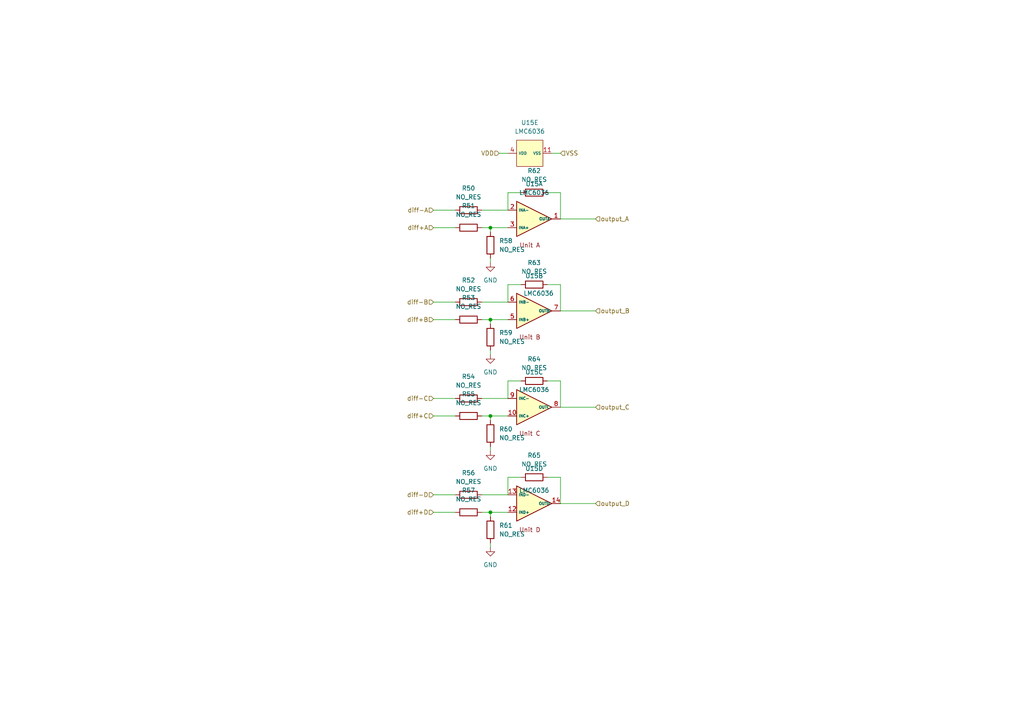
<source format=kicad_sch>
(kicad_sch (version 20210621) (generator eeschema)
  (paper "A4")
  (lib_symbols
    (symbol "Device:R" (pin_numbers hide) (pin_names (offset 0))
      (property "Reference" "R" (at 2.032 0 90))
      (property "Value" "R" (at 0 0 90))
      (symbol "R_0_1"
        (rectangle (start -1.016 -2.54) (end 1.016 2.54) (stroke (width 0.254)))
      )
      (symbol "R_1_1"
        (pin passive line (at 0 3.81 270) (length 1.27) (name "~") (number "1"))
        (pin passive line (at 0 -3.81 90) (length 1.27) (name "~") (number "2"))
      )
    )
    (symbol "LMC6036_custom:LMC6036"
      (property "Reference" "U" (at 1.905 0 0))
      (property "Value" "LMC6036" (at -11.43 0 0))
      (symbol "LMC6036_1_1"
        (text "Unit A" (at 0 -7.62 0) (effects (font (size 1.27 1.27))))
        (polyline (pts (xy -3.81 5.08) (xy 6.35 0) (xy -3.81 -5.08) (xy -3.81 5.08)) (stroke (width 0.254)) (fill (type background)))
        (pin output line (at 8.89 0 180) (length 2.54) (name "OUTA") (number "1"))
        (pin input line (at -6.35 2.54 0) (length 2.54) (name "INA-") (number "2"))
        (pin input line (at -6.35 -2.54 0) (length 2.54) (name "INA+") (number "3"))
      )
      (symbol "LMC6036_2_1"
        (text "Unit B" (at 0 -7.62 0) (effects (font (size 1.27 1.27))))
        (polyline (pts (xy -3.81 5.08) (xy 6.35 0) (xy -3.81 -5.08) (xy -3.81 5.08)) (stroke (width 0.254)) (fill (type background)))
        (pin input line (at -6.35 -2.54 0) (length 2.54) (name "INB+") (number "5"))
        (pin input line (at -6.35 2.54 0) (length 2.54) (name "INB-") (number "6"))
        (pin output line (at 8.89 0 180) (length 2.54) (name "OUTB") (number "7"))
      )
      (symbol "LMC6036_3_1"
        (text "Unit C" (at 0 -7.62 0) (effects (font (size 1.27 1.27))))
        (polyline (pts (xy -3.81 5.08) (xy 6.35 0) (xy -3.81 -5.08) (xy -3.81 5.08)) (stroke (width 0.254)) (fill (type background)))
        (pin input line (at -6.35 -2.54 0) (length 2.54) (name "INC+") (number "10"))
        (pin output line (at 8.89 0 180) (length 2.54) (name "OUTC") (number "8"))
        (pin input line (at -6.35 2.54 0) (length 2.54) (name "INC-") (number "9"))
      )
      (symbol "LMC6036_4_1"
        (text "Unit D" (at 0 -7.62 0) (effects (font (size 1.27 1.27))))
        (polyline (pts (xy -3.81 5.08) (xy 6.35 0) (xy -3.81 -5.08) (xy -3.81 5.08)) (stroke (width 0.254)) (fill (type background)))
        (pin input line (at -6.35 -2.54 0) (length 2.54) (name "IND+") (number "12"))
        (pin input line (at -6.35 2.54 0) (length 2.54) (name "IND-") (number "13"))
        (pin output line (at 8.89 0 180) (length 2.54) (name "OUTD") (number "14"))
      )
      (symbol "LMC6036_5_1"
        (rectangle (start -3.81 3.81) (end 3.81 -3.81) (stroke (width 0.1524)) (fill (type background)))
        (pin power_in line (at 0 -6.35 90) (length 2.54) (name "VSS") (number "11"))
        (pin power_in line (at 0 6.35 270) (length 2.54) (name "VDD") (number "4"))
      )
    )
    (symbol "power:GND" (power) (pin_names (offset 0))
      (property "Value" "GND" (at 0 -3.81 0))
      (symbol "GND_0_1"
        (polyline (pts (xy 0 0) (xy 0 -1.27) (xy 1.27 -1.27) (xy 0 -2.54) (xy -1.27 -1.27) (xy 0 -1.27)))
      )
      (symbol "GND_1_1"
        (pin power_in line (at 0 0 270) (length 0) hide (name "GND") (number "1"))
      )
    )
  )
  (junction (at 142.24 66.04))
  (junction (at 142.24 92.71))
  (junction (at 142.24 120.65))
  (junction (at 142.24 148.59))
  (wire (pts (xy 125.73 60.96) (xy 132.08 60.96)))
  (wire (pts (xy 125.73 66.04) (xy 132.08 66.04)))
  (wire (pts (xy 125.73 87.63) (xy 132.08 87.63)))
  (wire (pts (xy 125.73 92.71) (xy 132.08 92.71)))
  (wire (pts (xy 125.73 115.57) (xy 132.08 115.57)))
  (wire (pts (xy 125.73 120.65) (xy 132.08 120.65)))
  (wire (pts (xy 125.73 143.51) (xy 132.08 143.51)))
  (wire (pts (xy 125.73 148.59) (xy 132.08 148.59)))
  (wire (pts (xy 139.7 60.96) (xy 147.32 60.96)))
  (wire (pts (xy 139.7 66.04) (xy 142.24 66.04)))
  (wire (pts (xy 139.7 87.63) (xy 147.32 87.63)))
  (wire (pts (xy 139.7 92.71) (xy 142.24 92.71)))
  (wire (pts (xy 139.7 115.57) (xy 147.32 115.57)))
  (wire (pts (xy 139.7 120.65) (xy 142.24 120.65)))
  (wire (pts (xy 139.7 143.51) (xy 147.32 143.51)))
  (wire (pts (xy 139.7 148.59) (xy 142.24 148.59)))
  (wire (pts (xy 142.24 66.04) (xy 142.24 67.31)))
  (wire (pts (xy 142.24 66.04) (xy 147.32 66.04)))
  (wire (pts (xy 142.24 74.93) (xy 142.24 76.2)))
  (wire (pts (xy 142.24 92.71) (xy 142.24 93.98)))
  (wire (pts (xy 142.24 92.71) (xy 147.32 92.71)))
  (wire (pts (xy 142.24 101.6) (xy 142.24 102.87)))
  (wire (pts (xy 142.24 120.65) (xy 142.24 121.92)))
  (wire (pts (xy 142.24 120.65) (xy 147.32 120.65)))
  (wire (pts (xy 142.24 129.54) (xy 142.24 130.81)))
  (wire (pts (xy 142.24 148.59) (xy 142.24 149.86)))
  (wire (pts (xy 142.24 148.59) (xy 147.32 148.59)))
  (wire (pts (xy 142.24 157.48) (xy 142.24 158.75)))
  (wire (pts (xy 144.78 44.45) (xy 147.32 44.45)))
  (wire (pts (xy 147.32 55.88) (xy 147.32 60.96)))
  (wire (pts (xy 147.32 55.88) (xy 151.13 55.88)))
  (wire (pts (xy 147.32 82.55) (xy 147.32 87.63)))
  (wire (pts (xy 147.32 82.55) (xy 151.13 82.55)))
  (wire (pts (xy 147.32 110.49) (xy 147.32 115.57)))
  (wire (pts (xy 147.32 110.49) (xy 151.13 110.49)))
  (wire (pts (xy 147.32 138.43) (xy 147.32 143.51)))
  (wire (pts (xy 147.32 138.43) (xy 151.13 138.43)))
  (wire (pts (xy 158.75 55.88) (xy 162.56 55.88)))
  (wire (pts (xy 158.75 82.55) (xy 162.56 82.55)))
  (wire (pts (xy 158.75 110.49) (xy 162.56 110.49)))
  (wire (pts (xy 158.75 138.43) (xy 162.56 138.43)))
  (wire (pts (xy 160.02 44.45) (xy 162.56 44.45)))
  (wire (pts (xy 162.56 55.88) (xy 162.56 63.5)))
  (wire (pts (xy 162.56 63.5) (xy 172.72 63.5)))
  (wire (pts (xy 162.56 82.55) (xy 162.56 90.17)))
  (wire (pts (xy 162.56 90.17) (xy 172.72 90.17)))
  (wire (pts (xy 162.56 110.49) (xy 162.56 118.11)))
  (wire (pts (xy 162.56 118.11) (xy 172.72 118.11)))
  (wire (pts (xy 162.56 138.43) (xy 162.56 146.05)))
  (wire (pts (xy 162.56 146.05) (xy 172.72 146.05)))
  (hierarchical_label "diff-A" (shape input) (at 125.73 60.96 180))
  (hierarchical_label "diff+A" (shape input) (at 125.73 66.04 180))
  (hierarchical_label "diff-B" (shape input) (at 125.73 87.63 180))
  (hierarchical_label "diff+B" (shape input) (at 125.73 92.71 180))
  (hierarchical_label "diff-C" (shape input) (at 125.73 115.57 180))
  (hierarchical_label "diff+C" (shape input) (at 125.73 120.65 180))
  (hierarchical_label "diff-D" (shape input) (at 125.73 143.51 180))
  (hierarchical_label "diff+D" (shape input) (at 125.73 148.59 180))
  (hierarchical_label "VDD" (shape input) (at 144.78 44.45 180))
  (hierarchical_label "VSS" (shape input) (at 162.56 44.45 0))
  (hierarchical_label "output_A" (shape input) (at 172.72 63.5 0))
  (hierarchical_label "output_B" (shape input) (at 172.72 90.17 0))
  (hierarchical_label "output_C" (shape input) (at 172.72 118.11 0))
  (hierarchical_label "output_D" (shape input) (at 172.72 146.05 0))
  (symbol (lib_id "power:GND") (at 142.24 76.2 0) (unit 1)
    (property "Reference" "#PWR0115" (effects hide))
    (property "Value" "GND" (at 142.24 81.28 0))
  )
  (symbol (lib_id "power:GND") (at 142.24 102.87 0) (unit 1)
    (property "Reference" "#PWR0116" (effects hide))
    (property "Value" "GND" (at 142.24 107.95 0))
  )
  (symbol (lib_id "power:GND") (at 142.24 130.81 0) (unit 1)
    (property "Reference" "#PWR0117" (effects hide))
    (property "Value" "GND" (at 142.24 135.89 0))
  )
  (symbol (lib_id "power:GND") (at 142.24 158.75 0) (unit 1)
    (property "Reference" "#PWR0118" (effects hide))
    (property "Value" "GND" (at 142.24 163.83 0))
  )
  (symbol (lib_id "Device:R") (at 135.89 60.96 270) (unit 1)
    (property "Reference" "R50" (at 135.89 54.61 90))
    (property "Value" "NO_RES" (at 135.89 57.15 90))
    (property "Footprint" "Resistor_SMD:R_0603_1608Metric" (effects hide))
  )
  (symbol (lib_id "Device:R") (at 135.89 66.04 270) (unit 1)
    (property "Reference" "R51" (at 135.89 59.69 90))
    (property "Value" "NO_RES" (at 135.89 62.23 90))
    (property "Footprint" "Resistor_SMD:R_0603_1608Metric" (effects hide))
  )
  (symbol (lib_id "Device:R") (at 135.89 87.63 270) (unit 1)
    (property "Reference" "R52" (at 135.89 81.28 90))
    (property "Value" "NO_RES" (at 135.89 83.82 90))
    (property "Footprint" "Resistor_SMD:R_0603_1608Metric" (effects hide))
  )
  (symbol (lib_id "Device:R") (at 135.89 92.71 270) (unit 1)
    (property "Reference" "R53" (at 135.89 86.36 90))
    (property "Value" "NO_RES" (at 135.89 88.9 90))
    (property "Footprint" "Resistor_SMD:R_0603_1608Metric" (effects hide))
  )
  (symbol (lib_id "Device:R") (at 135.89 115.57 270) (unit 1)
    (property "Reference" "R54" (at 135.89 109.22 90))
    (property "Value" "NO_RES" (at 135.89 111.76 90))
    (property "Footprint" "Resistor_SMD:R_0603_1608Metric" (effects hide))
  )
  (symbol (lib_id "Device:R") (at 135.89 120.65 270) (unit 1)
    (property "Reference" "R55" (at 135.89 114.3 90))
    (property "Value" "NO_RES" (at 135.89 116.84 90))
    (property "Footprint" "Resistor_SMD:R_0603_1608Metric" (effects hide))
  )
  (symbol (lib_id "Device:R") (at 135.89 143.51 270) (unit 1)
    (property "Reference" "R56" (at 135.89 137.16 90))
    (property "Value" "NO_RES" (at 135.89 139.7 90))
    (property "Footprint" "Resistor_SMD:R_0603_1608Metric" (effects hide))
  )
  (symbol (lib_id "Device:R") (at 135.89 148.59 270) (unit 1)
    (property "Reference" "R57" (at 135.89 142.24 90))
    (property "Value" "NO_RES" (at 135.89 144.78 90))
    (property "Footprint" "Resistor_SMD:R_0603_1608Metric" (effects hide))
  )
  (symbol (lib_id "Device:R") (at 142.24 71.12 0) (unit 1)
    (property "Reference" "R58" (at 144.78 69.8499 0) (effects (justify left)))
    (property "Value" "NO_RES" (at 144.78 72.3899 0) (effects (justify left)))
    (property "Footprint" "Resistor_SMD:R_0603_1608Metric" (effects hide))
  )
  (symbol (lib_id "Device:R") (at 142.24 97.79 0) (unit 1)
    (property "Reference" "R59" (at 144.78 96.5199 0) (effects (justify left)))
    (property "Value" "NO_RES" (at 144.78 99.0599 0) (effects (justify left)))
    (property "Footprint" "Resistor_SMD:R_0603_1608Metric" (effects hide))
  )
  (symbol (lib_id "Device:R") (at 142.24 125.73 0) (unit 1)
    (property "Reference" "R60" (at 144.78 124.4599 0) (effects (justify left)))
    (property "Value" "NO_RES" (at 144.78 126.9999 0) (effects (justify left)))
    (property "Footprint" "Resistor_SMD:R_0603_1608Metric" (effects hide))
  )
  (symbol (lib_id "Device:R") (at 142.24 153.67 0) (unit 1)
    (property "Reference" "R61" (at 144.78 152.3999 0) (effects (justify left)))
    (property "Value" "NO_RES" (at 144.78 154.9399 0) (effects (justify left)))
    (property "Footprint" "Resistor_SMD:R_0603_1608Metric" (effects hide))
  )
  (symbol (lib_id "Device:R") (at 154.94 55.88 270) (unit 1)
    (property "Reference" "R62" (at 154.94 49.53 90))
    (property "Value" "NO_RES" (at 154.94 52.07 90))
    (property "Footprint" "Resistor_SMD:R_0603_1608Metric" (effects hide))
  )
  (symbol (lib_id "Device:R") (at 154.94 82.55 270) (unit 1)
    (property "Reference" "R63" (at 154.94 76.2 90))
    (property "Value" "NO_RES" (at 154.94 78.74 90))
    (property "Footprint" "Resistor_SMD:R_0603_1608Metric" (effects hide))
  )
  (symbol (lib_id "Device:R") (at 154.94 110.49 270) (unit 1)
    (property "Reference" "R64" (at 154.94 104.14 90))
    (property "Value" "NO_RES" (at 154.94 106.68 90))
    (property "Footprint" "Resistor_SMD:R_0603_1608Metric" (effects hide))
  )
  (symbol (lib_id "Device:R") (at 154.94 138.43 270) (unit 1)
    (property "Reference" "R65" (at 154.94 132.08 90))
    (property "Value" "NO_RES" (at 154.94 134.62 90))
    (property "Footprint" "Resistor_SMD:R_0603_1608Metric" (effects hide))
  )
  (symbol (lib_id "LMC6036_custom:LMC6036") (at 153.67 44.45 90) (unit 5)
    (property "Reference" "U15" (at 153.67 35.56 90))
    (property "Value" "LMC6036" (at 153.67 38.1 90))
    (property "Footprint" "LMC6036:SOP65P640X120-14N" (effects hide))
  )
  (symbol (lib_id "LMC6036_custom:LMC6036") (at 153.67 63.5 0) (unit 1)
    (property "Reference" "U15" (at 154.94 53.34 0))
    (property "Value" "LMC6036" (at 154.94 55.88 0))
    (property "Footprint" "LMC6036:SOP65P640X120-14N" (effects hide))
  )
  (symbol (lib_id "LMC6036_custom:LMC6036") (at 153.67 90.17 0) (unit 2)
    (property "Reference" "U15" (at 154.94 80.01 0))
    (property "Value" "LMC6036" (at 156.21 85.09 0))
    (property "Footprint" "LMC6036:SOP65P640X120-14N" (effects hide))
  )
  (symbol (lib_id "LMC6036_custom:LMC6036") (at 153.67 118.11 0) (unit 3)
    (property "Reference" "U15" (at 154.94 107.95 0))
    (property "Value" "LMC6036" (at 154.94 113.03 0))
    (property "Footprint" "LMC6036:SOP65P640X120-14N" (effects hide))
  )
  (symbol (lib_id "LMC6036_custom:LMC6036") (at 153.67 146.05 0) (unit 4)
    (property "Reference" "U15" (at 154.94 135.89 0))
    (property "Value" "LMC6036" (at 154.94 142.24 0))
    (property "Footprint" "LMC6036:SOP65P640X120-14N" (effects hide))
  )
)
</source>
